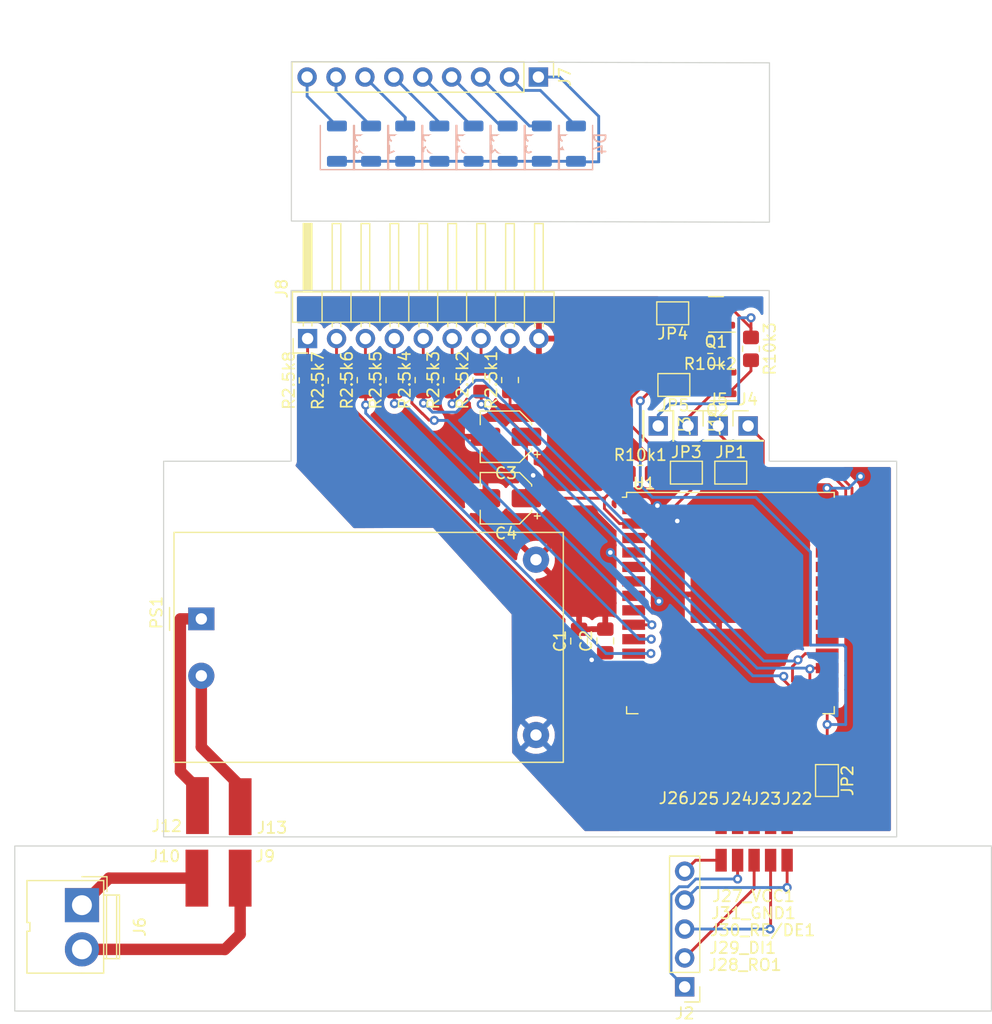
<source format=kicad_pcb>
(kicad_pcb (version 20211014) (generator pcbnew)
  (layers (0 "F.Cu" signal) (31 "B.Cu" signal) (34 "B.Paste" user) (35 "F.Paste" user) (36 "B.SilkS" user "B.Silkscreen") (37 "F.SilkS" user "F.Silkscreen") (38 "B.Mask" user) (39 "F.Mask" user) (44 "Edge.Cuts" user))
  (net 0 "")
  (net 1 "Net-(J3-Pad1)")
  (net 2 "Net-(J1-Pad1)")
  (net 3 "+3.3V")
  (net 4 "/EN")
  (net 5 "GND")
  (net 6 "Net-(D1-Pad1)")
  (net 22 "/GPIO2")
  (net 23 "/GPIO0")
  (net 25 "/RX")
  (net 26 "/TX")
  (net 32 "/RXP")
  (net 33 "/TXD")
  (net 36 "Net-(D1-Pad2)")
  (net 37 "Net-(D2-Pad2)")
  (net 38 "Net-(D3-Pad2)")
  (net 39 "Net-(D4-Pad2)")
  (net 40 "Net-(J2-Pad1)")
  (net 41 "Net-(J2-Pad2)")
  (net 42 "Net-(J2-Pad3)")
  (net 43 "Net-(J2-Pad4)")
  (net 44 "Net-(J2-Pad5)")
  (net 45 "Net-(J10-Pad1)")
  (net 46 "Net-(J6-Pad2)")
  (net 47 "Net-(J12-Pad1)")
  (net 48 "Net-(J13-Pad1)")
  (net 49 "Net-(JP3-Pad1)")
  (net 50 "Net-(JP4-Pad1)")
  (net 51 "Net-(JP5-Pad1)")
  (net 52 "Net-(D5-Pad2)")
  (net 53 "Net-(D6-Pad2)")
  (net 54 "Net-(D7-Pad2)")
  (net 55 "Net-(D8-Pad2)")
  (net 56 "Net-(Q1-Pad1)")
  (net 57 "Net-(Q2-Pad1)")
  (net 58 "/GPIO25")
  (net 59 "/GPIO26")
  (net 60 "/GPIO27")
  (net 61 "/GPIO33")
  (net 62 "Net-(J8-Pad1)")
  (net 63 "Net-(J8-Pad2)")
  (net 64 "Net-(J8-Pad3)")
  (net 65 "Net-(J8-Pad4)")
  (net 66 "Net-(J8-Pad5)")
  (net 67 "Net-(J8-Pad6)")
  (net 68 "Net-(J8-Pad7)")
  (net 69 "Net-(J8-Pad8)")
  (footprint "Connector_PinHeader_2.54mm:PinHeader_1x01_P2.54mm_Vertical" (layer "F.Cu") (at 185.425 96.2 -90)
    (fp_text reference "J3")
    (fp_text value "Conn_01x01_Male" hide)
  )
  (footprint "custom:TestPoint_Pad_4.0x4.0mm2" (layer "F.Cu") (at 193.9 131.1)
    (fp_text reference "J24")
    (fp_text value "Conn_01x01_Male" hide)
  )
  (footprint "Jumper:SolderJumper-2_P1.3mm_Open_Pad1.0x1.5mm" (layer "F.Cu") (at 200.25 127.35 -90)
    (fp_text reference "JP2")
    (fp_text value "SolderJumper_2_Open" hide)
  )
  (footprint "Connector_PinHeader_2.54mm:PinHeader_1x01_P2.54mm_Vertical" (layer "F.Cu") (at 188.05 96.2 -90)
    (fp_text reference "J1")
    (fp_text value "Conn_01x01_Male" hide)
  )
  (footprint "Resistor_SMD:R_0805_2012Metric_Pad1.20x1.40mm_HandSolder" (layer "F.Cu") (at 154.625 92.2 90)
    (fp_text reference "R2.5k8")
    (fp_text value "R")
  )
  (footprint "Jumper:SolderJumper-2_P1.3mm_Open_Pad1.0x1.5mm" (layer "F.Cu") (at 187.9 100.3)
    (fp_text reference "JP3")
    (fp_text value "SolderJumper_2_Open" hide)
  )
  (footprint "Resistor_SMD:R_0805_2012Metric_Pad1.20x1.40mm_HandSolder" (layer "F.Cu") (at 193.575 89.425 -90)
    (fp_text reference "R10k3")
    (fp_text value "R")
  )
  (footprint "Resistor_SMD:R_0805_2012Metric_Pad1.20x1.40mm_HandSolder" (layer "F.Cu") (at 190 89.1 180)
    (fp_text reference "R10k2")
    (fp_text value "R")
  )
  (footprint "custom:TestPoint_Pad_4.0x4.0mm2" (layer "F.Cu") (at 195.35 134.4)
    (fp_text reference "J29_DI1")
    (fp_text value "Conn_01x01_Male" hide)
  )
  (footprint "Resistor_SMD:R_0805_2012Metric_Pad1.20x1.40mm_HandSolder" (layer "F.Cu") (at 169.88 92.18 90)
    (fp_text reference "R2.5k2")
    (fp_text value "R")
  )
  (footprint "Connector_PinHeader_2.54mm:PinHeader_1x01_P2.54mm_Vertical" (layer "F.Cu") (at 190.7 96.2)
    (fp_text reference "J5")
    (fp_text value "Conn_01x01_Male" hide)
  )
  (footprint "RF_Module:ESP32-WROOM-32U" (layer "F.Cu") (at 191.77 111.76)
    (fp_text reference "U1")
    (fp_text value "ESP32-WROOM-32U")
  )
  (footprint "Connector_PinHeader_2.54mm:PinHeader_1x09_P2.54mm_Horizontal" (layer "F.Cu") (at 154.625 88.525 90)
    (fp_text reference "J8")
    (fp_text value "Conn_01x09_Male")
  )
  (footprint "Connector_PinHeader_2.54mm:PinHeader_1x05_P2.54mm_Vertical" (layer "F.Cu") (at 187.75 145.475 180)
    (fp_text reference "J2")
    (fp_text value "Conn_01x05_Male" hide)
  )
  (footprint "Resistor_SMD:R_0805_2012Metric_Pad1.20x1.40mm_HandSolder" (layer "F.Cu") (at 157.175 92.225 90)
    (fp_text reference "R2.5k7")
    (fp_text value "R")
  )
  (footprint "Resistor_SMD:R_0805_2012Metric_Pad1.20x1.40mm_HandSolder" (layer "F.Cu") (at 167.32 92.18 90)
    (fp_text reference "R2.5k3")
    (fp_text value "R")
  )
  (footprint "Jumper:SolderJumper-2_P1.3mm_Open_Pad1.0x1.5mm" (layer "F.Cu") (at 186.8 92.6 180)
    (fp_text reference "JP5")
    (fp_text value "SolderJumper_2_Open" hide)
  )
  (footprint "Package_TO_SOT_SMD:SOT-23" (layer "F.Cu") (at 190.625 92.425 180)
    (fp_text reference "Q2")
    (fp_text value "BC817" hide)
  )
  (footprint "Capacitor_SMD:CP_Elec_4x5.8" (layer "F.Cu") (at 172.05 97.15 180)
    (fp_text reference "C3")
    (fp_text value "C_Polarized")
  )
  (footprint "Resistor_SMD:R_0805_2012Metric_Pad1.20x1.40mm_HandSolder" (layer "F.Cu") (at 164.81 92.175 90)
    (fp_text reference "R2.5k4")
    (fp_text value "R")
  )
  (footprint "custom:TestPoint_Pad_4.0x4.0mm2" (layer "F.Cu") (at 192.45 131.1)
    (fp_text reference "J25")
    (fp_text value "Conn_01x01_Male" hide)
  )
  (footprint "custom:TestPoint_Pad_4.0x4.0mm2" (layer "F.Cu") (at 191 134.4)
    (fp_text reference "J27_VCC1")
    (fp_text value "Conn_01x01_Male" hide)
  )
  (footprint "Capacitor_SMD:CP_Elec_4x5.8" (layer "F.Cu") (at 172.05 102.55 180)
    (fp_text reference "C4")
    (fp_text value "C_Polarized")
  )
  (footprint "Resistor_SMD:R_0805_2012Metric_Pad1.20x1.40mm_HandSolder" (layer "F.Cu") (at 159.725 92.175 90)
    (fp_text reference "R2.5k6")
    (fp_text value "R")
  )
  (footprint "Resistor_SMD:R_0805_2012Metric_Pad1.20x1.40mm_HandSolder" (layer "F.Cu") (at 162.25 92.175 90)
    (fp_text reference "R2.5k5")
    (fp_text value "R")
  )
  (footprint "custom:TestPoint_Pad_4.0x4.0mm" (layer "F.Cu") (at 148.75 129.7)
    (fp_text reference "J13")
    (fp_text value "Conn_01x01_Male" hide)
  )
  (footprint "custom:TestPoint_Pad_4.0x4.0mm" (layer "F.Cu") (at 148.75 135.975)
    (fp_text reference "J9")
    (fp_text value "Conn_01x01_Male" hide)
  )
  (footprint "custom:TestPoint_Pad_4.0x4.0mm" (layer "F.Cu") (at 144.95 135.975)
    (fp_text reference "J10")
    (fp_text value "Conn_01x01_Male" hide)
  )
  (footprint "Resistor_SMD:R_0805_2012Metric_Pad1.20x1.40mm_HandSolder" (layer "F.Cu") (at 172.41 92.17 90)
    (fp_text reference "R2.5k1")
    (fp_text value "R")
  )
  (footprint "custom:TestPoint_Pad_4.0x4.0mm2" (layer "F.Cu") (at 195.35 131.1)
    (fp_text reference "J23")
    (fp_text value "Conn_01x01_Male" hide)
  )
  (footprint "custom:TestPoint_Pad_4.0x4.0mm2" (layer "F.Cu") (at 196.8 131.1)
    (fp_text reference "J22")
    (fp_text value "Conn_01x01_Male" hide)
  )
  (footprint "custom:TestPoint_Pad_4.0x4.0mm" (layer "F.Cu") (at 145 129.6)
    (fp_text reference "J12")
    (fp_text value "Conn_01x01_Male" hide)
  )
  (footprint "custom:TestPoint_Pad_4.0x4.0mm2" (layer "F.Cu") (at 196.8 134.4)
    (fp_text reference "J28_RO1")
    (fp_text value "Conn_01x01_Male" hide)
  )
  (footprint "Connector:JWT_A3963_1x02_P3.96mm_Vertical" (layer "F.Cu") (at 134.8 138.3 -90)
    (fp_text reference "J6")
    (fp_text value "Screw_Terminal_01x02")
  )
  (footprint "Package_TO_SOT_SMD:SOT-23" (layer "F.Cu") (at 190.5 86.4 180)
    (fp_text reference "Q1")
    (fp_text value "BC817" hide)
  )
  (footprint "Jumper:SolderJumper-2_P1.3mm_Open_Pad1.0x1.5mm" (layer "F.Cu") (at 186.7 86.3 180)
    (fp_text reference "JP4")
    (fp_text value "SolderJumper_2_Open" hide)
  )
  (footprint "custom:TestPoint_Pad_4.0x4.0mm2" (layer "F.Cu") (at 191 131.1)
    (fp_text reference "J26")
    (fp_text value "Conn_01x01_Male" hide)
  )
  (footprint "Jumper:SolderJumper-2_P1.3mm_Open_Pad1.0x1.5mm" (layer "F.Cu") (at 191.8 100.3)
    (fp_text reference "JP1")
    (fp_text value "SolderJumper_2_Open" hide)
  )
  (footprint "Capacitor_SMD:C_0805_2012Metric_Pad1.18x1.45mm_HandSolder" (layer "F.Cu") (at 178.475 115.1 90)
    (fp_text reference "C1")
    (fp_text value "C")
  )
  (footprint "Connector_PinHeader_2.54mm:PinHeader_1x09_P2.54mm_Vertical" (layer "F.Cu") (at 174.9 65.55 -90)
    (fp_text reference "J7")
    (fp_text value "Conn_01x09_Male")
  )
  (footprint "custom:TestPoint_Pad_4.0x4.0mm2" (layer "F.Cu") (at 193.9 134.4)
    (fp_text reference "J30_RE/DE1")
    (fp_text value "Conn_01x01_Male" hide)
  )
  (footprint "Converter_ACDC:Converter_ACDC_HiLink_HLK-PMxx" (layer "F.Cu") (at 145.2875 113.15)
    (fp_text reference "PS1")
    (fp_text value "HLK-PM03")
  )
  (footprint "Connector_PinHeader_2.54mm:PinHeader_1x01_P2.54mm_Vertical" (layer "F.Cu") (at 193.325 96.2)
    (fp_text reference "J4")
    (fp_text value "Conn_01x01_Male" hide)
  )
  (footprint "Capacitor_SMD:C_0805_2012Metric_Pad1.18x1.45mm_HandSolder" (layer "F.Cu") (at 180.775 115.0875 90)
    (fp_text reference "C2")
    (fp_text value "C")
  )
  (footprint "Resistor_SMD:R_0805_2012Metric_Pad1.20x1.40mm_HandSolder" (layer "F.Cu") (at 183.85 100.4)
    (fp_text reference "R10k1")
    (fp_text value "R")
  )
  (footprint "custom:TestPoint_Pad_4.0x4.0mm2" (layer "F.Cu") (at 192.45 134.4)
    (fp_text reference "J31_GND1")
    (fp_text value "Conn_01x01_Male" hide)
  )
  (footprint "LED_SMD:LED_1206_3216Metric_ReverseMount_Hole1.8x2.4mm" (layer "B.Cu") (at 175.2 71.4 90)
    (fp_text reference "D1")
    (fp_text value "LED")
  )
  (footprint "LED_SMD:LED_1206_3216Metric_ReverseMount_Hole1.8x2.4mm" (layer "B.Cu") (at 160.2 71.4 90)
    (fp_text reference "D7")
    (fp_text value "LED")
  )
  (footprint "LED_SMD:LED_1206_3216Metric_ReverseMount_Hole1.8x2.4mm" (layer "B.Cu") (at 178.2 71.4 90)
    (fp_text reference "D4")
    (fp_text value "LED")
  )
  (footprint "LED_SMD:LED_1206_3216Metric_ReverseMount_Hole1.8x2.4mm" (layer "B.Cu") (at 157.2 71.4 90)
    (fp_text reference "D8")
    (fp_text value "LED")
  )
  (footprint "LED_SMD:LED_1206_3216Metric_ReverseMount_Hole1.8x2.4mm" (layer "B.Cu") (at 163.2 71.4 90)
    (fp_text reference "D6")
    (fp_text value "LED")
  )
  (footprint "LED_SMD:LED_1206_3216Metric_ReverseMount_Hole1.8x2.4mm" (layer "B.Cu") (at 169.2 71.4 90)
    (fp_text reference "D3")
    (fp_text value "LED")
  )
  (footprint "LED_SMD:LED_1206_3216Metric_ReverseMount_Hole1.8x2.4mm" (layer "B.Cu") (at 166.2 71.4 90)
    (fp_text reference "D5")
    (fp_text value "LED")
  )
  (footprint "LED_SMD:LED_1206_3216Metric_ReverseMount_Hole1.8x2.4mm" (layer "B.Cu") (at 172.2 71.4 90)
    (fp_text reference "D2")
    (fp_text value "LED")
  )
  (gr_poly (pts (xy 195.2 78.3) (xy 153.2 78.2) (xy 153.2 64.2) (xy 195.2 64.3)) (layer "Edge.Cuts") (width 0.1) (fill none))
  (gr_poly (pts (xy 195.175 84.3) (xy 195.175 99.3) (xy 206.375 99.3) (xy 206.375 132.3) (xy 141.975 132.3) (xy 141.975 99.3) (xy 153.175 99.3) (xy 153.175 84.3)) (layer "Edge.Cuts") (width 0.1) (fill none))
  (gr_poly (pts (xy 214.7 147.6) (xy 128.9 147.6) (xy 128.9 133.1) (xy 214.7 133.1)) (layer "Edge.Cuts") (width 0.1) (fill none))
  (segment (start 193.575 87.5875) (end 191.4375 85.45) (width 0.25) (layer "F.Cu") (net 1))
  (segment (start 193.575 88.425) (end 193.575 86.7) (width 0.25) (layer "F.Cu") (net 1))
  (segment (start 193.575 88.425) (end 193.575 87.5875) (width 0.25) (layer "F.Cu") (net 1))
  (via (at 193.575 86.7) (size 0.8) (drill 0.4) (layers "F.Cu" "B.Cu") (net 1))
  (segment (start 193.575 86.7) (end 192.55 86.7) (width 0.25) (layer "B.Cu") (net 1))
  (segment (start 186.475 94.25) (end 186.45 94.225) (width 0.25) (layer "B.Cu") (net 1))
  (segment (start 192.55 86.7) (end 192.5 86.75) (width 0.25) (layer "B.Cu") (net 1))
  (segment (start 192.5 86.75) (end 192.5 94.25) (width 0.25) (layer "B.Cu") (net 1))
  (segment (start 192.5 94.25) (end 186.475 94.25) (width 0.25) (layer "B.Cu") (net 1))
  (segment (start 186.45 94.225) (end 185.425 95.25) (width 0.25) (layer "B.Cu") (net 1))
  (segment (start 185.425 95.25) (end 185.425 96.2) (width 0.25) (layer "B.Cu") (net 1))
  (segment (start 191 90.9125) (end 191.5625 91.475) (width 0.25) (layer "F.Cu") (net 2))
  (segment (start 191.5625 91.965749) (end 188.05 95.478249) (width 0.25) (layer "F.Cu") (net 2))
  (segment (start 191.5625 91.475) (end 191.5625 91.965749) (width 0.25) (layer "F.Cu") (net 2))
  (segment (start 188.05 95.478249) (end 188.05 96.2) (width 0.25) (layer "F.Cu") (net 2))
  (segment (start 191 89.1) (end 191 90.9125) (width 0.25) (layer "F.Cu") (net 2))
  (segment (start 179.088 116.7505) (end 178.475 116.1375) (width 0.25) (layer "F.Cu") (net 3))
  (segment (start 180.1495 116.7505) (end 180.775 116.125) (width 0.25) (layer "F.Cu") (net 3))
  (segment (start 173.85 97.15) (end 172.41 95.71) (width 0.25) (layer "F.Cu") (net 3))
  (segment (start 174.44 100.54) (end 173.87 100.54) (width 0.25) (layer "F.Cu") (net 3))
  (segment (start 179.58 116.7505) (end 180.1495 116.7505) (width 0.25) (layer "F.Cu") (net 3))
  (segment (start 173.85 100.56) (end 173.85 97.15) (width 0.25) (layer "F.Cu") (net 3))
  (segment (start 180.7 103.455) (end 180.7 102.55) (width 0.25) (layer "F.Cu") (net 3))
  (segment (start 174.6875 123.35) (end 182.3875 131.05) (width 0.25) (layer "F.Cu") (net 3))
  (segment (start 182.3875 131.05) (end 190.95 131.05) (width 0.25) (layer "F.Cu") (net 3))
  (segment (start 173.85 102.55) (end 180.7 102.55) (width 0.25) (layer "F.Cu") (net 3))
  (segment (start 173.87 100.54) (end 173.85 100.56) (width 0.25) (layer "F.Cu") (net 3))
  (segment (start 172.41 95.71) (end 172.41 93.17) (width 0.25) (layer "F.Cu") (net 3))
  (segment (start 179.58 116.7505) (end 179.088 116.7505) (width 0.25) (layer "F.Cu") (net 3))
  (segment (start 173.85 102.55) (end 173.85 100.56) (width 0.25) (layer "F.Cu") (net 3))
  (segment (start 182.02 104.775) (end 180.7 103.455) (width 0.25) (layer "F.Cu") (net 3))
  (segment (start 180.7 102.55) (end 182.85 100.4) (width 0.25) (layer "F.Cu") (net 3))
  (segment (start 183.27 104.775) (end 182.02 104.775) (width 0.25) (layer "F.Cu") (net 3))
  (via (at 174.44 100.54) (size 0.8) (drill 0.4) (layers "F.Cu" "B.Cu") (net 3))
  (via (at 179.58 116.7505) (size 0.8) (drill 0.4) (layers "F.Cu" "B.Cu") (net 3))
  (segment (start 186.05 90.725) (end 183.05 93.725) (width 0.25) (layer "F.Cu") (net 4))
  (segment (start 184.1 106.045) (end 183.27 106.045) (width 0.25) (layer "F.Cu") (net 4))
  (segment (start 183.05 96.175) (end 186.1 99.225) (width 0.25) (layer "F.Cu") (net 4))
  (segment (start 183.05 93.725) (end 183.05 96.175) (width 0.25) (layer "F.Cu") (net 4))
  (segment (start 188.075 99.225) (end 188.55 99.7) (width 0.25) (layer "F.Cu") (net 4))
  (segment (start 188.55 100.3) (end 191.15 100.3) (width 0.25) (layer "F.Cu") (net 4))
  (segment (start 188.55 99.7) (end 188.55 100.3) (width 0.25) (layer "F.Cu") (net 4))
  (segment (start 186.05 86.3) (end 186.05 90.725) (width 0.25) (layer "F.Cu") (net 4))
  (segment (start 188.55 100.3) (end 188.55 101.595) (width 0.25) (layer "F.Cu") (net 4))
  (segment (start 186.1 99.225) (end 188.075 99.225) (width 0.25) (layer "F.Cu") (net 4))
  (segment (start 188.55 101.595) (end 184.1 106.045) (width 0.25) (layer "F.Cu") (net 4))
  (segment (start 187 104.65) (end 187.1 104.55) (width 0.25) (layer "F.Cu") (net 5))
  (segment (start 185.49 106.16) (end 187 104.65) (width 0.25) (layer "F.Cu") (net 5))
  (segment (start 178.4375 114.025) (end 178.475 114.0625) (width 0.25) (layer "F.Cu") (net 5))
  (segment (start 185.355637 103.1995) (end 183.5755 103.1995) (width 0.25) (layer "F.Cu") (net 5))
  (segment (start 186.055 121.015) (end 186.055 121.855) (width 0.25) (layer "F.Cu") (net 5))
  (segment (start 186.05 121.01) (end 186.055 121.015) (width 0.25) (layer "F.Cu") (net 5))
  (segment (start 180.7625 114.0625) (end 180.775 114.05) (width 0.25) (layer "F.Cu") (net 5))
  (segment (start 185.49 111.6) (end 185.49 106.16) (width 0.25) (layer "F.Cu") (net 5))
  (segment (start 183.5755 103.1995) (end 183.27 103.505) (width 0.25) (layer "F.Cu") (net 5))
  (segment (start 170.25 97.15) (end 170.25 102.55) (width 0.25) (layer "F.Cu") (net 5))
  (via (at 181.22 107.32) (size 0.8) (drill 0.4) (layers "F.Cu" "B.Cu") (net 5))
  (via (at 185.49 111.6) (size 0.8) (drill 0.4) (layers "F.Cu" "B.Cu") (net 5))
  (via (at 200.25 101.67) (size 0.8) (drill 0.4) (layers "F.Cu" "B.Cu") (net 5))
  (via (at 203.19 100.64) (size 0.8) (drill 0.4) (layers "F.Cu" "B.Cu") (net 5))
  (via (at 185.355637 103.1995) (size 0.8) (drill 0.4) (layers "F.Cu" "B.Cu") (net 5))
  (via (at 187.1 104.55) (size 0.8) (drill 0.4) (layers "F.Cu" "B.Cu") (net 5))
  (segment (start 187.1 104.55) (end 186.706137 104.55) (width 0.25) (layer "B.Cu") (net 5))
  (segment (start 200.25 101.67) (end 202.16 101.67) (width 0.25) (layer "B.Cu") (net 5))
  (segment (start 186.706137 104.55) (end 185.355637 103.1995) (width 0.25) (layer "B.Cu") (net 5))
  (segment (start 202.16 101.67) (end 203.19 100.64) (width 0.25) (layer "B.Cu") (net 5))
  (segment (start 185.49 111.6) (end 181.22 107.33) (width 0.25) (layer "B.Cu") (net 5))
  (segment (start 181.22 107.33) (end 181.22 107.32) (width 0.25) (layer "B.Cu") (net 5))
  (segment (start 176.75 65.55) (end 180.2 69) (width 0.25) (layer "B.Cu") (net 6))
  (segment (start 178.25 73) (end 178.2 72.95) (width 0.25) (layer "B.Cu") (net 6))
  (segment (start 174.9 65.55) (end 176.75 65.55) (width 0.25) (layer "B.Cu") (net 6))
  (segment (start 178.2 72.95) (end 157.2 72.95) (width 0.25) (layer "B.Cu") (net 6))
  (segment (start 180.2 73) (end 178.25 73) (width 0.25) (layer "B.Cu") (net 6))
  (segment (start 180.2 69) (end 180.2 73) (width 0.25) (layer "B.Cu") (net 6))
  (segment (start 196.45 118.1995) (end 196.45 118.525) (width 0.25) (layer "F.Cu") (net 22))
  (segment (start 197.485 121.015) (end 197.485 123.215) (width 0.25) (layer "F.Cu") (net 22))
  (segment (start 197.485 119.56) (end 197.485 121.015) (width 0.25) (layer "F.Cu") (net 22))
  (segment (start 197.485 123.215) (end 193.85 126.85) (width 0.25) (layer "F.Cu") (net 22))
  (segment (start 193.85 126.85) (end 193.85 131.05) (width 0.25) (layer "F.Cu") (net 22))
  (segment (start 196.45 118.525) (end 197.485 119.56) (width 0.25) (layer "F.Cu") (net 22))
  (segment (start 169.88 93.18) (end 169.88 94.29) (width 0.25) (layer "F.Cu") (net 22))
  (via (at 169.88 94.29) (size 0.8) (drill 0.4) (layers "F.Cu" "B.Cu") (net 22))
  (via (at 196.45 118.1995) (size 0.8) (drill 0.4) (layers "F.Cu" "B.Cu") (net 22))
  (segment (start 193.74 118.15) (end 196.45 118.15) (width 0.25) (layer "B.Cu") (net 22))
  (segment (start 169.88 94.29) (end 193.74 118.15) (width 0.25) (layer "B.Cu") (net 22))
  (segment (start 196.45 118.15) (end 196.45 118.1995) (width 0.25) (layer "B.Cu") (net 22))
  (segment (start 200.27 122.43) (end 200.27 126.63) (width 0.25) (layer "F.Cu") (net 23))
  (segment (start 183.85 94) (end 185.25 92.6) (width 0.25) (layer "F.Cu") (net 23))
  (segment (start 200.27 120.015) (end 200.27 122.43) (width 0.25) (layer "F.Cu") (net 23))
  (segment (start 185.25 92.6) (end 186.15 92.6) (width 0.25) (layer "F.Cu") (net 23))
  (via (at 200.27 122.43) (size 0.8) (drill 0.4) (layers "F.Cu" "B.Cu") (net 23))
  (via (at 183.85 94) (size 0.8) (drill 0.4) (layers "F.Cu" "B.Cu") (net 23))
  (segment (start 201.895 122.43) (end 200.27 122.43) (width 0.25) (layer "B.Cu") (net 23))
  (segment (start 198.8 115.45) (end 201.7 115.45) (width 0.25) (layer "B.Cu") (net 23))
  (segment (start 201.9 115.65) (end 201.9 122.425) (width 0.25) (layer "B.Cu") (net 23))
  (segment (start 194 102.475) (end 198.8 107.275) (width 0.25) (layer "B.Cu") (net 23))
  (segment (start 198.8 107.275) (end 198.8 115.45) (width 0.25) (layer "B.Cu") (net 23))
  (segment (start 183.85 101.4) (end 184.925 102.475) (width 0.25) (layer "B.Cu") (net 23))
  (segment (start 201.7 115.45) (end 201.9 115.65) (width 0.25) (layer "B.Cu") (net 23))
  (segment (start 183.85 94) (end 183.85 101.4) (width 0.25) (layer "B.Cu") (net 23))
  (segment (start 201.9 122.425) (end 201.895 122.43) (width 0.25) (layer "B.Cu") (net 23))
  (segment (start 184.925 102.475) (end 194 102.475) (width 0.25) (layer "B.Cu") (net 23))
  (segment (start 198.75 117.55) (end 198.75 127.05) (width 0.25) (layer "F.Cu") (net 25))
  (segment (start 198.825 117.475) (end 200.27 117.475) (width 0.25) (layer "F.Cu") (net 25))
  (segment (start 164.81 93.175) (end 164.81 94.2) (width 0.25) (layer "F.Cu") (net 25))
  (segment (start 196.75 129.05) (end 196.75 131.05) (width 0.25) (layer "F.Cu") (net 25))
  (segment (start 198.75 127.05) (end 196.75 129.05) (width 0.25) (layer "F.Cu") (net 25))
  (segment (start 198.75 117.55) (end 198.825 117.475) (width 0.25) (layer "F.Cu") (net 25))
  (via (at 198.75 117.55) (size 0.8) (drill 0.4) (layers "F.Cu" "B.Cu") (net 25))
  (via (at 164.81 94.2) (size 0.8) (drill 0.4) (layers "F.Cu" "B.Cu") (net 25))
  (segment (start 165.6 94.99) (end 167.68 94.99) (width 0.25) (layer "B.Cu") (net 25))
  (segment (start 194.115 117.475) (end 198.675 117.475) (width 0.25) (layer "B.Cu") (net 25))
  (segment (start 170.205 93.565) (end 194.115 117.475) (width 0.25) (layer "B.Cu") (net 25))
  (segment (start 167.68 94.99) (end 169.105 93.565) (width 0.25) (layer "B.Cu") (net 25))
  (segment (start 198.675 117.475) (end 198.75 117.55) (width 0.25) (layer "B.Cu") (net 25))
  (segment (start 164.81 94.2) (end 165.6 94.99) (width 0.25) (layer "B.Cu") (net 25))
  (segment (start 169.105 93.565) (end 170.205 93.565) (width 0.25) (layer "B.Cu") (net 25))
  (segment (start 198.345 116.205) (end 197.225 117.325) (width 0.25) (layer "F.Cu") (net 26))
  (segment (start 167.32 93.18) (end 167.32 94.25) (width 0.25) (layer "F.Cu") (net 26))
  (segment (start 198.3 123.036396) (end 196.036396 125.3) (width 0.25) (layer "F.Cu") (net 26))
  (segment (start 197.225 117.325) (end 197.225 118.625) (width 0.25) (layer "F.Cu") (net 26))
  (segment (start 195.3 126.036396) (end 195.3 131.05) (width 0.25) (layer "F.Cu") (net 26))
  (segment (start 200.27 116.205) (end 198.345 116.205) (width 0.25) (layer "F.Cu") (net 26))
  (segment (start 197.225 118.625) (end 198.3 119.7) (width 0.25) (layer "F.Cu") (net 26))
  (segment (start 196.036396 125.3) (end 195.3 126.036396) (width 0.25) (layer "F.Cu") (net 26))
  (segment (start 198.3 119.7) (end 198.3 123.036396) (width 0.25) (layer "F.Cu") (net 26))
  (via (at 197.7 116.7505) (size 0.8) (drill 0.4) (layers "F.Cu" "B.Cu") (net 26))
  (via (at 167.32 94.25) (size 0.8) (drill 0.4) (layers "F.Cu" "B.Cu") (net 26))
  (segment (start 194.7 116.85) (end 197.7 116.85) (width 0.25) (layer "B.Cu") (net 26))
  (segment (start 169.38 92.19) (end 170.04 92.19) (width 0.25) (layer "B.Cu") (net 26))
  (segment (start 167.32 94.25) (end 169.38 92.19) (width 0.25) (layer "B.Cu") (net 26))
  (segment (start 170.04 92.19) (end 194.7 116.85) (width 0.25) (layer "B.Cu") (net 26))
  (segment (start 197.7 116.85) (end 197.7 116.7505) (width 0.25) (layer "B.Cu") (net 26))
  (segment (start 194.65 97.5) (end 193.35 96.2) (width 0.25) (layer "F.Cu") (net 32))
  (segment (start 194.9 100) (end 194.65 99.75) (width 0.25) (layer "F.Cu") (net 32))
  (segment (start 201.515 108.585) (end 202.45 107.65) (width 0.25) (layer "F.Cu") (net 32))
  (segment (start 202.45 101.65) (end 200.8 100) (width 0.25) (layer "F.Cu") (net 32))
  (segment (start 194.65 99.75) (end 194.65 97.5) (width 0.25) (layer "F.Cu") (net 32))
  (segment (start 200.27 108.585) (end 201.515 108.585) (width 0.25) (layer "F.Cu") (net 32))
  (segment (start 200.8 100) (end 194.9 100) (width 0.25) (layer "F.Cu") (net 32))
  (segment (start 202.45 107.65) (end 202.45 101.65) (width 0.25) (layer "F.Cu") (net 32))
  (segment (start 201.9 106.515) (end 201.9 101.75) (width 0.25) (layer "F.Cu") (net 33))
  (segment (start 200.27 107.315) (end 201.1 107.315) (width 0.25) (layer "F.Cu") (net 33))
  (segment (start 201.1 107.315) (end 201.9 106.515) (width 0.25) (layer "F.Cu") (net 33))
  (segment (start 190.7 96.836396) (end 190.7 96.2) (width 0.25) (layer "F.Cu") (net 33))
  (segment (start 201.9 101.75) (end 200.75 100.6) (width 0.25) (layer "F.Cu") (net 33))
  (segment (start 194.463604 100.6) (end 190.7 96.836396) (width 0.25) (layer "F.Cu") (net 33))
  (segment (start 200.75 100.6) (end 194.463604 100.6) (width 0.25) (layer "F.Cu") (net 33))
  (segment (start 174.12 69.85) (end 175.2 69.85) (width 0.25) (layer "B.Cu") (net 36))
  (segment (start 169.82 65.55) (end 174.12 69.85) (width 0.25) (layer "B.Cu") (net 36))
  (segment (start 167.28 65.55) (end 171.58 69.85) (width 0.25) (layer "B.Cu") (net 37))
  (segment (start 171.58 69.85) (end 172.2 69.85) (width 0.25) (layer "B.Cu") (net 37))
  (segment (start 169.04 69.85) (end 169.2 69.85) (width 0.25) (layer "B.Cu") (net 38))
  (segment (start 164.74 65.55) (end 169.04 69.85) (width 0.25) (layer "B.Cu") (net 38))
  (segment (start 173.535 66.725) (end 175.075 66.725) (width 0.25) (layer "B.Cu") (net 39))
  (segment (start 172.36 65.55) (end 173.535 66.725) (width 0.25) (layer "B.Cu") (net 39))
  (segment (start 175.075 66.725) (end 178.2 69.85) (width 0.25) (layer "B.Cu") (net 39))
  (segment (start 192.4 134.35) (end 192.4 136) (width 0.25) (layer "F.Cu") (net 40))
  (via (at 192.4 136) (size 0.8) (drill 0.4) (layers "F.Cu" "B.Cu") (net 40))
  (segment (start 186.55 137.393299) (end 186.55 144.275) (width 0.25) (layer "B.Cu") (net 40))
  (segment (start 192.4 136) (end 188.726701 136) (width 0.25) (layer "B.Cu") (net 40))
  (segment (start 188.726701 136) (end 188.046701 136.68) (width 0.25) (layer "B.Cu") (net 40))
  (segment (start 187.263299 136.68) (end 186.55 137.393299) (width 0.25) (layer "B.Cu") (net 40))
  (segment (start 188.046701 136.68) (end 187.263299 136.68) (width 0.25) (layer "B.Cu") (net 40))
  (segment (start 186.55 144.275) (end 187.75 145.475) (width 0.25) (layer "B.Cu") (net 40))
  (segment (start 193.85 136.835) (end 187.75 142.935) (width 0.25) (layer "F.Cu") (net 41))
  (segment (start 193.85 134.35) (end 193.85 136.835) (width 0.25) (layer "F.Cu") (net 41))
  (segment (start 195.3 134.35) (end 195.3 140.35) (width 0.25) (layer "F.Cu") (net 42))
  (segment (start 195.3 140.35) (end 195.25 140.4) (width 0.25) (layer "F.Cu") (net 42))
  (via (at 195.25 140.4) (size 0.8) (drill 0.4) (layers "F.Cu" "B.Cu") (net 42))
  (segment (start 191.555 140.395) (end 187.75 140.395) (width 0.25) (layer "B.Cu") (net 42))
  (segment (start 191.56 140.4) (end 191.555 140.395) (width 0.25) (layer "B.Cu") (net 42))
  (segment (start 195.25 140.4) (end 191.56 140.4) (width 0.25) (layer "B.Cu") (net 42))
  (segment (start 196.75 134.35) (end 196.75 136.75) (width 0.25) (layer "F.Cu") (net 43))
  (via (at 196.75 136.75) (size 0.8) (drill 0.4) (layers "F.Cu" "B.Cu") (net 43))
  (segment (start 196.75 136.75) (end 188.855 136.75) (width 0.25) (layer "B.Cu") (net 43))
  (segment (start 188.855 136.75) (end 187.75 137.855) (width 0.25) (layer "B.Cu") (net 43))
  (segment (start 190.95 134.35) (end 188.715 134.35) (width 0.25) (layer "F.Cu") (net 44))
  (segment (start 188.715 134.35) (end 187.75 135.315) (width 0.25) (layer "F.Cu") (net 44))
  (segment (start 144.9 135.925) (end 137.175 135.925) (width 1) (layer "F.Cu") (net 45))
  (segment (start 137.175 135.925) (end 134.8 138.3) (width 1) (layer "F.Cu") (net 45))
  (segment (start 148.7 140.85) (end 147.35 142.2) (width 1) (layer "F.Cu") (net 46))
  (segment (start 147.33 142.18) (end 134.8 142.18) (width 1) (layer "F.Cu") (net 46))
  (segment (start 148.7 135.925) (end 148.7 140.85) (width 1) (layer "F.Cu") (net 46))
  (segment (start 147.35 142.2) (end 147.33 142.18) (width 0.25) (layer "F.Cu") (net 46))
  (segment (start 143.45 126.55) (end 143.45 113.15) (width 1) (layer "F.Cu") (net 47))
  (segment (start 143.45 113.15) (end 145.2875 113.15) (width 1) (layer "F.Cu") (net 47))
  (segment (start 144.95 128.05) (end 143.45 126.55) (width 1) (layer "F.Cu") (net 47))
  (segment (start 144.95 129.55) (end 144.95 128.05) (width 0.25) (layer "F.Cu") (net 47))
  (segment (start 145.2875 124.3875) (end 145.2875 118.15) (width 1) (layer "F.Cu") (net 48))
  (segment (start 148.7 127.825) (end 145.275 124.4) (width 1) (layer "F.Cu") (net 48))
  (segment (start 145.275 124.4) (end 145.2875 124.3875) (width 0.25) (layer "F.Cu") (net 48))
  (segment (start 148.7 129.65) (end 148.7 127.825) (width 0.25) (layer "F.Cu") (net 48))
  (segment (start 184.85 100.4) (end 187.15 100.4) (width 0.25) (layer "F.Cu") (net 49))
  (segment (start 187.15 100.4) (end 187.25 100.3) (width 0.25) (layer "F.Cu") (net 49))
  (segment (start 187.45 86.4) (end 187.35 86.3) (width 0.25) (layer "F.Cu") (net 50))
  (segment (start 189.5625 86.4) (end 187.45 86.4) (width 0.25) (layer "F.Cu") (net 50))
  (segment (start 189.5125 92.6) (end 189.6875 92.425) (width 0.25) (layer "F.Cu") (net 51))
  (segment (start 187.45 92.6) (end 189.5125 92.6) (width 0.25) (layer "F.Cu") (net 51))
  (segment (start 187.65 92.8) (end 187.45 92.6) (width 0.25) (layer "F.Cu") (net 51))
  (segment (start 166.2 69.55) (end 166.2 69.85) (width 0.25) (layer "B.Cu") (net 52))
  (segment (start 162.2 65.55) (end 166.2 69.55) (width 0.25) (layer "B.Cu") (net 52))
  (segment (start 159.66 65.55) (end 163.2 69.09) (width 0.25) (layer "B.Cu") (net 53))
  (segment (start 163.2 69.09) (end 163.2 69.85) (width 0.25) (layer "B.Cu") (net 53))
  (segment (start 157.12 65.55) (end 157.12 66.77) (width 0.25) (layer "B.Cu") (net 54))
  (segment (start 157.12 66.77) (end 160.2 69.85) (width 0.25) (layer "B.Cu") (net 54))
  (segment (start 154.58 65.55) (end 154.58 67.23) (width 0.25) (layer "B.Cu") (net 55))
  (segment (start 154.58 67.23) (end 157.2 69.85) (width 0.25) (layer "B.Cu") (net 55))
  (segment (start 190.75 87.35) (end 191.4375 87.35) (width 0.25) (layer "F.Cu") (net 56))
  (segment (start 189 89.1) (end 190.75 87.35) (width 0.25) (layer "F.Cu") (net 56))
  (segment (start 193.575 91.3625) (end 191.5625 93.375) (width 0.25) (layer "F.Cu") (net 57))
  (segment (start 193.575 90.425) (end 193.575 91.3625) (width 0.25) (layer "F.Cu") (net 57))
  (segment (start 183.275 114.93) (end 183.27 114.935) (width 0.25) (layer "F.Cu") (net 58))
  (segment (start 184.81 114.93) (end 183.275 114.93) (width 0.25) (layer "F.Cu") (net 58))
  (segment (start 162.25 93.175) (end 162.25 94.24) (width 0.25) (layer "F.Cu") (net 58))
  (via (at 184.81 114.93) (size 0.8) (drill 0.4) (layers "F.Cu" "B.Cu") (net 58))
  (via (at 162.25 94.24) (size 0.8) (drill 0.4) (layers "F.Cu" "B.Cu") (net 58))
  (segment (start 162.25 94.24) (end 163.063466 94.24) (width 0.25) (layer "B.Cu") (net 58))
  (segment (start 183.753466 114.93) (end 184.81 114.93) (width 0.25) (layer "B.Cu") (net 58))
  (segment (start 181.84 113.016534) (end 183.753466 114.93) (width 0.25) (layer "B.Cu") (net 58))
  (segment (start 163.063466 94.24) (end 181.84 113.016534) (width 0.25) (layer "B.Cu") (net 58))
  (segment (start 184.78 116.19) (end 183.285 116.19) (width 0.25) (layer "F.Cu") (net 59))
  (segment (start 159.725 93.175) (end 159.725 94.155) (width 0.25) (layer "F.Cu") (net 59))
  (segment (start 159.725 94.155) (end 159.73 94.16) (width 0.25) (layer "F.Cu") (net 59))
  (segment (start 183.285 116.19) (end 183.27 116.205) (width 0.25) (layer "F.Cu") (net 59))
  (segment (start 159.73 94.16) (end 159.73 94.36) (width 0.25) (layer "F.Cu") (net 59))
  (via (at 159.73 94.36) (size 0.8) (drill 0.4) (layers "F.Cu" "B.Cu") (net 59))
  (via (at 184.78 116.19) (size 0.8) (drill 0.4) (layers "F.Cu" "B.Cu") (net 59))
  (segment (start 180.841534 116.19) (end 184.78 116.19) (width 0.25) (layer "B.Cu") (net 59))
  (segment (start 159.73 95.078466) (end 180.841534 116.19) (width 0.25) (layer "B.Cu") (net 59))
  (segment (start 159.73 94.36) (end 159.73 95.078466) (width 0.25) (layer "B.Cu") (net 59))
  (segment (start 157.175 93.225) (end 177.15 113.2) (width 0.25) (layer "F.Cu") (net 60))
  (segment (start 177.15 113.2) (end 177.15 117.05) (width 0.25) (layer "F.Cu") (net 60))
  (segment (start 177.575 117.475) (end 183.27 117.475) (width 0.25) (layer "F.Cu") (net 60))
  (segment (start 177.15 117.05) (end 177.575 117.475) (width 0.25) (layer "F.Cu") (net 60))
  (segment (start 165.29 95.69) (end 164.71 95.11) (width 0.25) (layer "F.Cu") (net 61))
  (segment (start 183.28 113.675) (end 183.27 113.665) (width 0.25) (layer "F.Cu") (net 61))
  (segment (start 165.728048 95.69) (end 165.29 95.69) (width 0.25) (layer "F.Cu") (net 61))
  (segment (start 163.785 93.096827) (end 162.938173 92.25) (width 0.25) (layer "F.Cu") (net 61))
  (segment (start 164.71 95.11) (end 164.694695 95.11) (width 0.25) (layer "F.Cu") (net 61))
  (segment (start 163.785 94.200305) (end 163.785 93.096827) (width 0.25) (layer "F.Cu") (net 61))
  (segment (start 165.752548 95.7145) (end 165.728048 95.69) (width 0.25) (layer "F.Cu") (net 61))
  (segment (start 184.865 113.675) (end 183.28 113.675) (width 0.25) (layer "F.Cu") (net 61))
  (segment (start 164.694695 95.11) (end 163.785 94.200305) (width 0.25) (layer "F.Cu") (net 61))
  (segment (start 162.938173 92.25) (end 155.575 92.25) (width 0.25) (layer "F.Cu") (net 61))
  (segment (start 155.575 92.25) (end 154.625 93.2) (width 0.25) (layer "F.Cu") (net 61))
  (via (at 165.752548 95.7145) (size 0.8) (drill 0.4) (layers "F.Cu" "B.Cu") (net 61))
  (via (at 184.865 113.675) (size 0.8) (drill 0.4) (layers "F.Cu" "B.Cu") (net 61))
  (segment (start 184.865 113.675) (end 184.88 113.69) (width 0.25) (layer "B.Cu") (net 61))
  (segment (start 165.752548 95.7145) (end 166.9045 95.7145) (width 0.25) (layer "B.Cu") (net 61))
  (segment (start 166.9045 95.7145) (end 184.865 113.675) (width 0.25) (layer "B.Cu") (net 61))
  (segment (start 154.625 91.2) (end 154.625 88.525) (width 0.25) (layer "F.Cu") (net 62))
  (segment (start 157.165 88.525) (end 157.165 91.215) (width 0.25) (layer "F.Cu") (net 63))
  (segment (start 157.165 91.215) (end 157.175 91.225) (width 0.25) (layer "F.Cu") (net 63))
  (segment (start 159.705 88.525) (end 159.705 91.155) (width 0.25) (layer "F.Cu") (net 64))
  (segment (start 159.705 91.155) (end 159.725 91.175) (width 0.25) (layer "F.Cu") (net 64))
  (segment (start 162.245 88.525) (end 162.245 91.17) (width 0.25) (layer "F.Cu") (net 65))
  (segment (start 162.245 91.17) (end 162.25 91.175) (width 0.25) (layer "F.Cu") (net 65))
  (segment (start 164.785 88.525) (end 164.785 91.15) (width 0.25) (layer "F.Cu") (net 66))
  (segment (start 164.785 91.15) (end 164.81 91.175) (width 0.25) (layer "F.Cu") (net 66))
  (segment (start 167.325 91.175) (end 167.32 91.18) (width 0.25) (layer "F.Cu") (net 67))
  (segment (start 167.325 88.525) (end 167.325 91.175) (width 0.25) (layer "F.Cu") (net 67))
  (segment (start 169.865 88.525) (end 169.865 91.165) (width 0.25) (layer "F.Cu") (net 68))
  (segment (start 169.865 91.165) (end 169.88 91.18) (width 0.25) (layer "F.Cu") (net 68))
  (segment (start 172.405 91.165) (end 172.41 91.17) (width 0.25) (layer "F.Cu") (net 69))
  (segment (start 172.405 88.525) (end 172.405 91.165) (width 0.25) (layer "F.Cu") (net 69))
  (zone (net 5) (net_name "GND") (layer "F.Cu") (connect_pads (clearance 0.508)) (min_thickness 0.254) (fill yes (thermal_gap 0.508) (thermal_bridge_width 0.508))
    (polygon (pts (xy 195.175 99.3) (xy 206.375 99.3) (xy 206.375 132.3) (xy 179.45 132.3) (xy 172.6 124.925) (xy 172.55 112.75) (xy 165.65 105.15) (xy 158.675 105.175) (xy 153.175 99.3) (xy 153.175 84.3) (xy 195.175 84.3)))
  )
  (zone (net 3) (net_name "+3.3V") (layer "B.Cu") (connect_pads (clearance 0.508)) (min_thickness 0.254) (fill yes (thermal_gap 0.508) (thermal_bridge_width 0.508))
    (polygon (pts (xy 195.175 99.3) (xy 206.375 99.3) (xy 206.375 132.3) (xy 179.45 132.3) (xy 172.6 124.925) (xy 172.55 112.75) (xy 165.65 105.15) (xy 158.675 105.175) (xy 153.175 99.3) (xy 153.175 84.3) (xy 195.175 84.3)))
  )
)
</source>
